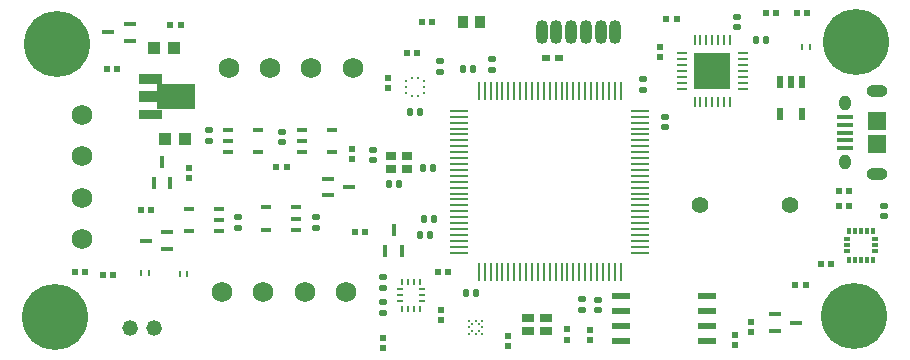
<source format=gbr>
%TF.GenerationSoftware,KiCad,Pcbnew,7.0.1*%
%TF.CreationDate,2023-06-15T13:01:31-07:00*%
%TF.ProjectId,Full-Flight-Computer,46756c6c-2d46-46c6-9967-68742d436f6d,1.0*%
%TF.SameCoordinates,Original*%
%TF.FileFunction,Soldermask,Top*%
%TF.FilePolarity,Negative*%
%FSLAX46Y46*%
G04 Gerber Fmt 4.6, Leading zero omitted, Abs format (unit mm)*
G04 Created by KiCad (PCBNEW 7.0.1) date 2023-06-15 13:01:31*
%MOMM*%
%LPD*%
G01*
G04 APERTURE LIST*
G04 Aperture macros list*
%AMRoundRect*
0 Rectangle with rounded corners*
0 $1 Rounding radius*
0 $2 $3 $4 $5 $6 $7 $8 $9 X,Y pos of 4 corners*
0 Add a 4 corners polygon primitive as box body*
4,1,4,$2,$3,$4,$5,$6,$7,$8,$9,$2,$3,0*
0 Add four circle primitives for the rounded corners*
1,1,$1+$1,$2,$3*
1,1,$1+$1,$4,$5*
1,1,$1+$1,$6,$7*
1,1,$1+$1,$8,$9*
0 Add four rect primitives between the rounded corners*
20,1,$1+$1,$2,$3,$4,$5,0*
20,1,$1+$1,$4,$5,$6,$7,0*
20,1,$1+$1,$6,$7,$8,$9,0*
20,1,$1+$1,$8,$9,$2,$3,0*%
G04 Aperture macros list end*
%ADD10C,0.010000*%
%ADD11C,0.200000*%
%ADD12RoundRect,0.075600X0.224400X0.194400X-0.224400X0.194400X-0.224400X-0.194400X0.224400X-0.194400X0*%
%ADD13R,1.524000X0.558800*%
%ADD14R,0.450800X1.111200*%
%ADD15R,1.000000X0.800000*%
%ADD16R,0.540000X0.600000*%
%ADD17RoundRect,0.075600X-0.224400X-0.194400X0.224400X-0.194400X0.224400X0.194400X-0.224400X0.194400X0*%
%ADD18R,0.600000X0.540000*%
%ADD19R,0.843000X1.000000*%
%ADD20R,0.685800X0.609600*%
%ADD21C,1.727200*%
%ADD22R,0.952500X0.406400*%
%ADD23RoundRect,0.075600X-0.194400X0.224400X-0.194400X-0.224400X0.194400X-0.224400X0.194400X0.224400X0*%
%ADD24C,5.588000*%
%ADD25R,0.280000X0.520000*%
%ADD26R,1.111200X0.450800*%
%ADD27C,1.320800*%
%ADD28R,1.100000X1.000000*%
%ADD29RoundRect,0.075600X0.194400X-0.224400X0.194400X0.224400X-0.194400X0.224400X-0.194400X-0.224400X0*%
%ADD30R,1.560000X0.280000*%
%ADD31R,0.280000X1.560000*%
%ADD32C,1.408000*%
%ADD33R,0.558800X0.979300*%
%ADD34R,1.350000X0.400000*%
%ADD35O,1.016000X1.300000*%
%ADD36R,1.550000X1.500000*%
%ADD37O,1.778000X1.016000*%
%ADD38R,0.250000X0.275000*%
%ADD39R,0.275000X0.250000*%
%ADD40R,0.900000X0.254000*%
%ADD41R,0.254000X0.900000*%
%ADD42R,3.100000X3.100000*%
%ADD43R,0.254000X0.482600*%
%ADD44R,0.482600X0.254000*%
%ADD45O,1.016000X2.032000*%
%ADD46RoundRect,0.014000X-0.161000X0.251000X-0.161000X-0.251000X0.161000X-0.251000X0.161000X0.251000X0*%
%ADD47RoundRect,0.014000X-0.251000X-0.161000X0.251000X-0.161000X0.251000X0.161000X-0.251000X0.161000X0*%
%ADD48R,0.850000X0.750000*%
G04 APERTURE END LIST*
%TO.C,U2*%
D10*
X105401200Y-78316600D02*
X103571200Y-78316600D01*
X103571200Y-77636600D01*
X105401200Y-77636600D01*
X105401200Y-78316600D01*
G36*
X105401200Y-78316600D02*
G01*
X103571200Y-78316600D01*
X103571200Y-77636600D01*
X105401200Y-77636600D01*
X105401200Y-78316600D01*
G37*
X105401200Y-81316600D02*
X103571200Y-81316600D01*
X103571200Y-80636600D01*
X105401200Y-80636600D01*
X105401200Y-81316600D01*
G36*
X105401200Y-81316600D02*
G01*
X103571200Y-81316600D01*
X103571200Y-80636600D01*
X105401200Y-80636600D01*
X105401200Y-81316600D01*
G37*
X108201200Y-80493100D02*
X105071200Y-80493100D01*
X105071200Y-79906600D01*
X103571200Y-79906600D01*
X103571200Y-79046600D01*
X105071200Y-79046600D01*
X105071200Y-78460100D01*
X108201200Y-78460100D01*
X108201200Y-80493100D01*
G36*
X108201200Y-80493100D02*
G01*
X105071200Y-80493100D01*
X105071200Y-79906600D01*
X103571200Y-79906600D01*
X103571200Y-79046600D01*
X105071200Y-79046600D01*
X105071200Y-78460100D01*
X108201200Y-78460100D01*
X108201200Y-80493100D01*
G37*
%TD*%
D11*
%TO.C,U4*%
X131458550Y-98484400D03*
X132024550Y-98484400D03*
X132590550Y-98484400D03*
X131741550Y-98767400D03*
X132307550Y-98767400D03*
X131458550Y-99050400D03*
X132590550Y-99050400D03*
X131741550Y-99333400D03*
X132307550Y-99333400D03*
X131458550Y-99616400D03*
X132024550Y-99616400D03*
X132590550Y-99616400D03*
%TD*%
D12*
%TO.C,C7*%
X146202400Y-78056000D03*
X146202400Y-78916000D03*
%TD*%
D13*
%TO.C,U7*%
X144335500Y-96399550D03*
X144335500Y-97669550D03*
X144335500Y-98939550D03*
X144335500Y-100209550D03*
X151625300Y-100209550D03*
X151625300Y-98939550D03*
X151625300Y-97669550D03*
X151625300Y-96399550D03*
%TD*%
D14*
%TO.C,Q10*%
X104786199Y-86853601D03*
X106186201Y-86853601D03*
X105486200Y-85053600D03*
%TD*%
D15*
%TO.C,D1*%
X136493900Y-98230600D03*
X137993900Y-98230600D03*
X137993900Y-99330600D03*
X136493900Y-99330600D03*
%TD*%
D16*
%TO.C,R17*%
X122707600Y-91008200D03*
X121843600Y-91008200D03*
%TD*%
D17*
%TO.C,C23*%
X109448600Y-82374000D03*
X109448600Y-83234000D03*
%TD*%
D12*
%TO.C,C21*%
X118516400Y-90600000D03*
X118516400Y-89740000D03*
%TD*%
D16*
%TO.C,R5*%
X156590800Y-72415400D03*
X157454800Y-72415400D03*
%TD*%
D18*
%TO.C,R28*%
X107772200Y-86411000D03*
X107772200Y-85547000D03*
%TD*%
%TO.C,R8*%
X129108200Y-97586600D03*
X129108200Y-98450600D03*
%TD*%
D19*
%TO.C,D5*%
X130926700Y-73228200D03*
X132369700Y-73228200D03*
%TD*%
D20*
%TO.C,J1*%
X139090400Y-76200000D03*
X137972800Y-76200000D03*
%TD*%
D21*
%TO.C,P5*%
X121049402Y-96034201D03*
X117549401Y-96034201D03*
X114049401Y-96034201D03*
X110549400Y-96034201D03*
%TD*%
D16*
%TO.C,R20*%
X98094600Y-94386400D03*
X98958600Y-94386400D03*
%TD*%
D22*
%TO.C,Q4*%
X111093250Y-82311199D03*
X111093250Y-83261200D03*
X111093250Y-84211201D03*
X113645950Y-84211201D03*
X113645950Y-82311199D03*
%TD*%
D23*
%TO.C,C3*%
X132103600Y-96164400D03*
X131243600Y-96164400D03*
%TD*%
D16*
%TO.C,R23*%
X163677800Y-87477600D03*
X162813800Y-87477600D03*
%TD*%
D17*
%TO.C,C12*%
X123367800Y-84025000D03*
X123367800Y-84885000D03*
%TD*%
D24*
%TO.C,H1*%
X164058600Y-98120200D03*
%TD*%
D16*
%TO.C,R9*%
X159105400Y-95453200D03*
X159969400Y-95453200D03*
%TD*%
%TO.C,R16*%
X100456800Y-94615000D03*
X101320800Y-94615000D03*
%TD*%
D12*
%TO.C,C19*%
X166649400Y-88749400D03*
X166649400Y-89609400D03*
%TD*%
D16*
%TO.C,R7*%
X128828600Y-94335600D03*
X129692600Y-94335600D03*
%TD*%
D25*
%TO.C,D4*%
X103688000Y-94462600D03*
X104338000Y-94462600D03*
%TD*%
D12*
%TO.C,C1*%
X133426200Y-77214200D03*
X133426200Y-76354200D03*
%TD*%
D18*
%TO.C,R13*%
X124231400Y-99948800D03*
X124231400Y-100812800D03*
%TD*%
%TO.C,R24*%
X154025600Y-99669400D03*
X154025600Y-100533400D03*
%TD*%
D16*
%TO.C,R15*%
X107061200Y-73406000D03*
X106197200Y-73406000D03*
%TD*%
D26*
%TO.C,Q8*%
X105903601Y-92394001D03*
X105903601Y-90993999D03*
X104103600Y-91694000D03*
%TD*%
D17*
%TO.C,C15*%
X124155200Y-94820000D03*
X124155200Y-95680000D03*
%TD*%
D27*
%TO.C,P2*%
X104809801Y-99129499D03*
X102809799Y-99129499D03*
%TD*%
D18*
%TO.C,R21*%
X155346400Y-99466600D03*
X155346400Y-98602600D03*
%TD*%
D24*
%TO.C,H4*%
X96570800Y-75082400D03*
%TD*%
D28*
%TO.C,C11*%
X105703000Y-83058000D03*
X107403000Y-83058000D03*
%TD*%
D24*
%TO.C,H3*%
X96393000Y-98171000D03*
%TD*%
D22*
%TO.C,Q1*%
X110293150Y-90891401D03*
X110293150Y-89941400D03*
X110293150Y-88991399D03*
X107740450Y-88991399D03*
X107740450Y-90891401D03*
%TD*%
D25*
%TO.C,D2*%
X107614600Y-94488000D03*
X106964600Y-94488000D03*
%TD*%
D29*
%TO.C,C25*%
X155729200Y-74726800D03*
X156589200Y-74726800D03*
%TD*%
D18*
%TO.C,R27*%
X147675600Y-76174800D03*
X147675600Y-75310800D03*
%TD*%
D30*
%TO.C,U1*%
X130626100Y-80715600D03*
X130626100Y-81215600D03*
X130626100Y-81715600D03*
X130626100Y-82215600D03*
X130626100Y-82715600D03*
X130626100Y-83215600D03*
X130626100Y-83715600D03*
X130626100Y-84215600D03*
X130626100Y-84715600D03*
X130626100Y-85215600D03*
X130626100Y-85715600D03*
X130626100Y-86215600D03*
X130626100Y-86715600D03*
X130626100Y-87215600D03*
X130626100Y-87715600D03*
X130626100Y-88215600D03*
X130626100Y-88715600D03*
X130626100Y-89215600D03*
X130626100Y-89715600D03*
X130626100Y-90215600D03*
X130626100Y-90715600D03*
X130626100Y-91215600D03*
X130626100Y-91715600D03*
X130626100Y-92215600D03*
X130626100Y-92715600D03*
D31*
X132306100Y-94395600D03*
X132806100Y-94395600D03*
X133306100Y-94395600D03*
X133806100Y-94395600D03*
X134306100Y-94395600D03*
X134806100Y-94395600D03*
X135306100Y-94395600D03*
X135806100Y-94395600D03*
X136306100Y-94395600D03*
X136806100Y-94395600D03*
X137306100Y-94395600D03*
X137806100Y-94395600D03*
X138306100Y-94395600D03*
X138806100Y-94395600D03*
X139306100Y-94395600D03*
X139806100Y-94395600D03*
X140306100Y-94395600D03*
X140806100Y-94395600D03*
X141306100Y-94395600D03*
X141806100Y-94395600D03*
X142306100Y-94395600D03*
X142806100Y-94395600D03*
X143306100Y-94395600D03*
X143806100Y-94395600D03*
X144306100Y-94395600D03*
D30*
X145986100Y-92715600D03*
X145986100Y-92215600D03*
X145986100Y-91715600D03*
X145986100Y-91215600D03*
X145986100Y-90715600D03*
X145986100Y-90215600D03*
X145986100Y-89715600D03*
X145986100Y-89215600D03*
X145986100Y-88715600D03*
X145986100Y-88215600D03*
X145986100Y-87715600D03*
X145986100Y-87215600D03*
X145986100Y-86715600D03*
X145986100Y-86215600D03*
X145986100Y-85715600D03*
X145986100Y-85215600D03*
X145986100Y-84715600D03*
X145986100Y-84215600D03*
X145986100Y-83715600D03*
X145986100Y-83215600D03*
X145986100Y-82715600D03*
X145986100Y-82215600D03*
X145986100Y-81715600D03*
X145986100Y-81215600D03*
X145986100Y-80715600D03*
D31*
X144306100Y-79035600D03*
X143806100Y-79035600D03*
X143306100Y-79035600D03*
X142806100Y-79035600D03*
X142306100Y-79035600D03*
X141806100Y-79035600D03*
X141306100Y-79035600D03*
X140806100Y-79035600D03*
X140306100Y-79035600D03*
X139806100Y-79035600D03*
X139306100Y-79035600D03*
X138806100Y-79035600D03*
X138306100Y-79035600D03*
X137806100Y-79035600D03*
X137306100Y-79035600D03*
X136806100Y-79035600D03*
X136306100Y-79035600D03*
X135806100Y-79035600D03*
X135306100Y-79035600D03*
X134806100Y-79035600D03*
X134306100Y-79035600D03*
X133806100Y-79035600D03*
X133306100Y-79035600D03*
X132806100Y-79035600D03*
X132306100Y-79035600D03*
%TD*%
D28*
%TO.C,C13*%
X104763200Y-75387200D03*
X106463200Y-75387200D03*
%TD*%
D23*
%TO.C,C2*%
X128420600Y-85572600D03*
X127560600Y-85572600D03*
%TD*%
D18*
%TO.C,R2*%
X141706600Y-99237600D03*
X141706600Y-100101600D03*
%TD*%
D32*
%TO.C,BZ1*%
X151063800Y-88696800D03*
X158663800Y-88696800D03*
%TD*%
D16*
%TO.C,R22*%
X162763000Y-88798400D03*
X163627000Y-88798400D03*
%TD*%
D17*
%TO.C,C5*%
X142367000Y-96699600D03*
X142367000Y-97559600D03*
%TD*%
D21*
%TO.C,P3*%
X98729800Y-81066998D03*
X98729800Y-84566999D03*
X98729800Y-88066999D03*
X98729800Y-91567000D03*
%TD*%
D33*
%TO.C,D6*%
X159674601Y-78237652D03*
X158724600Y-78237652D03*
X157774599Y-78237652D03*
X157774599Y-80969548D03*
X159674601Y-80969548D03*
%TD*%
D16*
%TO.C,R6*%
X128371800Y-73177400D03*
X127507800Y-73177400D03*
%TD*%
D34*
%TO.C,P6*%
X163326500Y-83850000D03*
X163326500Y-83200000D03*
X163326500Y-82550000D03*
X163326500Y-81900000D03*
X163326500Y-81250000D03*
D35*
X163326500Y-85050000D03*
D36*
X166026500Y-83550000D03*
X166026500Y-81550000D03*
D35*
X163326500Y-80050000D03*
D37*
X166026500Y-86050000D03*
X166026500Y-79050000D03*
%TD*%
D23*
%TO.C,C10*%
X128141200Y-91186000D03*
X127281200Y-91186000D03*
%TD*%
%TO.C,C14*%
X125525000Y-86918800D03*
X124665000Y-86918800D03*
%TD*%
D26*
%TO.C,Q9*%
X157367399Y-97953599D03*
X157367399Y-99353601D03*
X159167400Y-98653600D03*
%TD*%
D18*
%TO.C,R3*%
X134747000Y-99745600D03*
X134747000Y-100609600D03*
%TD*%
D17*
%TO.C,C22*%
X115620800Y-82501000D03*
X115620800Y-83361000D03*
%TD*%
D26*
%TO.C,Q7*%
X102728601Y-74766401D03*
X102728601Y-73366399D03*
X100928600Y-74066400D03*
%TD*%
D24*
%TO.C,H2*%
X164236400Y-74853800D03*
%TD*%
D38*
%TO.C,U5*%
X127123500Y-77901300D03*
X126623500Y-77901300D03*
D39*
X126111000Y-78163800D03*
X126111000Y-78663800D03*
X126111000Y-79163800D03*
D38*
X126623500Y-79426300D03*
X127123500Y-79426300D03*
D39*
X127636000Y-79163800D03*
X127636000Y-78663800D03*
X127636000Y-78163800D03*
%TD*%
D40*
%TO.C,U8*%
X154658400Y-78843800D03*
X154658400Y-78343800D03*
X154658400Y-77843800D03*
X154658400Y-77343800D03*
X154658400Y-76843800D03*
X154658400Y-76343800D03*
X154658400Y-75843800D03*
D41*
X153568400Y-74753800D03*
X153068400Y-74753800D03*
X152568400Y-74753800D03*
X152068400Y-74753800D03*
X151568400Y-74753800D03*
X151068400Y-74753800D03*
X150568400Y-74753800D03*
D40*
X149478400Y-75843800D03*
X149478400Y-76343800D03*
X149478400Y-76843800D03*
X149478400Y-77343800D03*
X149478400Y-77843800D03*
X149478400Y-78343800D03*
X149478400Y-78843800D03*
D41*
X150568400Y-79933800D03*
X151068400Y-79933800D03*
X151568400Y-79933800D03*
X152068400Y-79933800D03*
X152568400Y-79933800D03*
X153068400Y-79933800D03*
X153568400Y-79933800D03*
D42*
X152068400Y-77343800D03*
%TD*%
D23*
%TO.C,C6*%
X131798800Y-77190600D03*
X130938800Y-77190600D03*
%TD*%
D16*
%TO.C,R25*%
X104572000Y-89128600D03*
X103708000Y-89128600D03*
%TD*%
D43*
%TO.C,U3*%
X127318201Y-95163609D03*
X126818200Y-95163609D03*
X126318200Y-95163609D03*
X125818199Y-95163609D03*
D44*
X125653800Y-95819310D03*
X125653800Y-96319309D03*
X125653800Y-96819308D03*
D43*
X125818199Y-97475009D03*
X126318200Y-97475009D03*
X126818200Y-97475009D03*
X127318201Y-97475009D03*
D44*
X127482600Y-96819308D03*
X127482600Y-96319309D03*
X127482600Y-95819310D03*
%TD*%
D16*
%TO.C,R4*%
X160121800Y-72440800D03*
X159257800Y-72440800D03*
%TD*%
%TO.C,R26*%
X148183400Y-72948800D03*
X149047400Y-72948800D03*
%TD*%
D22*
%TO.C,Q3*%
X117290850Y-82336599D03*
X117290850Y-83286600D03*
X117290850Y-84236601D03*
X119843550Y-84236601D03*
X119843550Y-82336599D03*
%TD*%
D29*
%TO.C,C18*%
X126468400Y-80822800D03*
X127328400Y-80822800D03*
%TD*%
D12*
%TO.C,C17*%
X129006600Y-77392000D03*
X129006600Y-76532000D03*
%TD*%
D45*
%TO.C,P1*%
X137621000Y-74066400D03*
X138871000Y-74066400D03*
X140121000Y-74066400D03*
X141371000Y-74066400D03*
X142621000Y-74066400D03*
X143871000Y-74066400D03*
%TD*%
D18*
%TO.C,R1*%
X139776200Y-100076200D03*
X139776200Y-99212200D03*
%TD*%
D12*
%TO.C,C9*%
X148107400Y-82091000D03*
X148107400Y-81231000D03*
%TD*%
D26*
%TO.C,Q6*%
X119495999Y-86472799D03*
X119495999Y-87872801D03*
X121296000Y-87172800D03*
%TD*%
D12*
%TO.C,C24*%
X154203400Y-73607400D03*
X154203400Y-72747400D03*
%TD*%
D18*
%TO.C,R18*%
X121564400Y-84810800D03*
X121564400Y-83946800D03*
%TD*%
D22*
%TO.C,Q2*%
X116846350Y-90789801D03*
X116846350Y-89839800D03*
X116846350Y-88889799D03*
X114293650Y-88889799D03*
X114293650Y-90789801D03*
%TD*%
D12*
%TO.C,C20*%
X111887000Y-90600000D03*
X111887000Y-89740000D03*
%TD*%
D46*
%TO.C,U6*%
X165668200Y-90880400D03*
X165168200Y-90880400D03*
X164668200Y-90880400D03*
X164168200Y-90880400D03*
X163668200Y-90880400D03*
D47*
X163448200Y-91600400D03*
X163448200Y-92100400D03*
X163448200Y-92600400D03*
D46*
X163668200Y-93320400D03*
X164168200Y-93320400D03*
X164668200Y-93320400D03*
X165168200Y-93320400D03*
X165668200Y-93320400D03*
D47*
X165888200Y-92600400D03*
X165888200Y-92100400D03*
X165888200Y-91600400D03*
%TD*%
D16*
%TO.C,R11*%
X161239000Y-93675200D03*
X162103000Y-93675200D03*
%TD*%
D21*
%TO.C,P4*%
X121630201Y-77089000D03*
X118130200Y-77089000D03*
X114630200Y-77089000D03*
X111130199Y-77089000D03*
%TD*%
D18*
%TO.C,R12*%
X124612400Y-77927000D03*
X124612400Y-78791000D03*
%TD*%
D16*
%TO.C,R10*%
X126238000Y-75819000D03*
X127102000Y-75819000D03*
%TD*%
D17*
%TO.C,C4*%
X141020800Y-96674200D03*
X141020800Y-97534200D03*
%TD*%
D25*
%TO.C,D3*%
X160319600Y-75285600D03*
X159669600Y-75285600D03*
%TD*%
D48*
%TO.C,Y1*%
X126227200Y-85615000D03*
X124877200Y-85615000D03*
X124877200Y-84565000D03*
X126227200Y-84565000D03*
%TD*%
D16*
%TO.C,R14*%
X116027400Y-85471000D03*
X115163400Y-85471000D03*
%TD*%
D12*
%TO.C,C16*%
X124155200Y-97788200D03*
X124155200Y-96928200D03*
%TD*%
D16*
%TO.C,R19*%
X100812400Y-77139800D03*
X101676400Y-77139800D03*
%TD*%
D23*
%TO.C,C8*%
X128547600Y-89865200D03*
X127687600Y-89865200D03*
%TD*%
D14*
%TO.C,Q5*%
X124394999Y-92619401D03*
X125795001Y-92619401D03*
X125095000Y-90819400D03*
%TD*%
M02*

</source>
